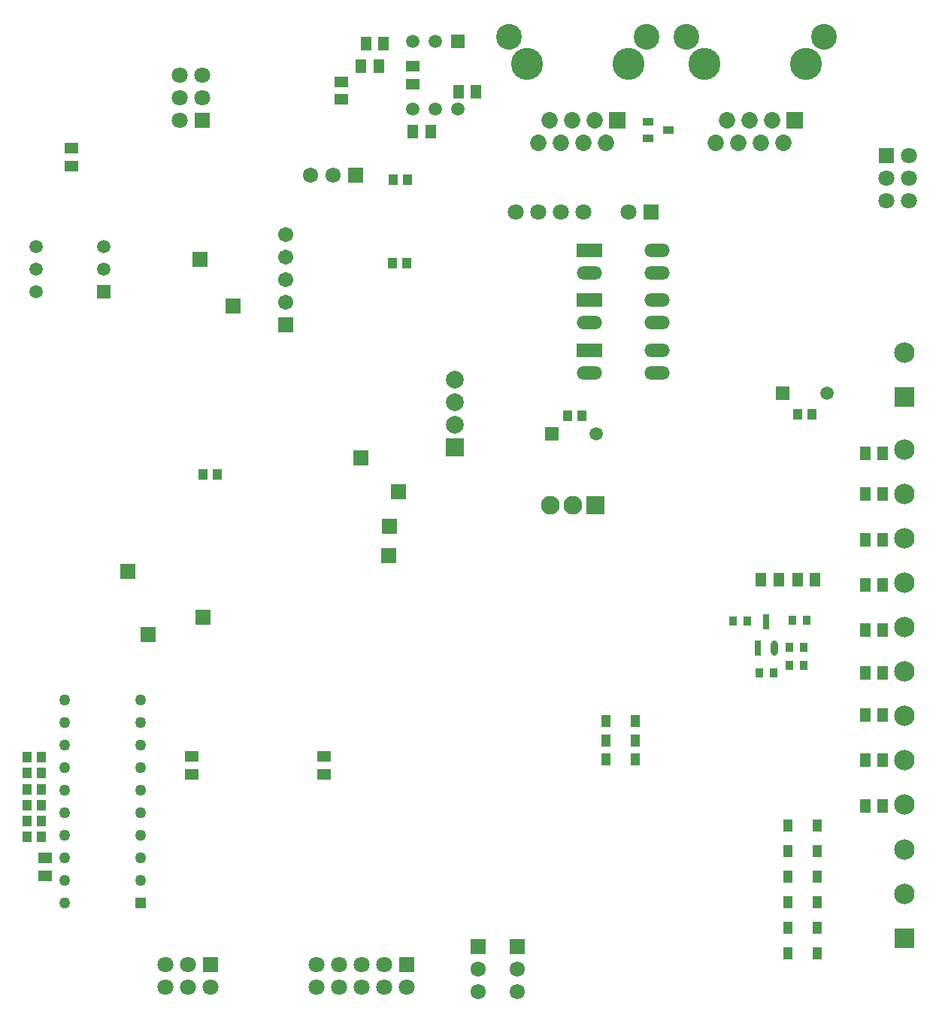
<source format=gbs>
G04*
G04 #@! TF.GenerationSoftware,Altium Limited,Altium Designer,20.0.13 (296)*
G04*
G04 Layer_Color=16711935*
%FSLAX44Y44*%
%MOMM*%
G71*
G01*
G75*
%ADD59R,1.6032X1.2032*%
%ADD63R,1.0032X1.2032*%
%ADD64R,1.2032X1.6032*%
%ADD77R,1.2200X0.9200*%
%ADD82R,1.7032X1.7032*%
%ADD83C,1.7032*%
%ADD84R,1.2632X1.2632*%
%ADD85C,1.2632*%
%ADD86R,1.5200X1.5200*%
%ADD87C,1.5200*%
%ADD88R,1.5112X1.5112*%
%ADD89C,1.5112*%
%ADD90R,1.5112X1.5112*%
%ADD91R,1.7032X1.7032*%
%ADD92C,1.8082*%
%ADD93R,1.8082X1.8082*%
%ADD94R,2.3032X2.3032*%
%ADD95C,2.3032*%
%ADD96R,2.1082X2.1082*%
%ADD97C,2.1082*%
%ADD98R,1.8032X1.8032*%
%ADD99C,1.8032*%
%ADD100C,1.7200*%
%ADD101R,1.7200X1.7200*%
%ADD102C,3.6032*%
%ADD103R,1.8532X1.8532*%
%ADD104C,1.8532*%
%ADD105C,2.9032*%
%ADD106O,2.8448X1.5240*%
%ADD107R,2.8448X1.5240*%
%ADD108C,2.0032*%
%ADD109R,2.0032X2.0032*%
%ADD110R,1.8082X1.8082*%
%ADD111R,1.7200X1.7200*%
%ADD152R,0.8200X1.0200*%
%ADD153R,0.8032X1.7032*%
%ADD154O,0.8032X1.7032*%
%ADD155R,1.1132X1.4232*%
D59*
X44750Y165000D02*
D03*
Y185000D02*
D03*
X74750Y984000D02*
D03*
Y964000D02*
D03*
X359250Y279000D02*
D03*
Y299000D02*
D03*
X209750Y279000D02*
D03*
Y299000D02*
D03*
X378500Y1059000D02*
D03*
Y1039000D02*
D03*
X459250Y1076250D02*
D03*
Y1056250D02*
D03*
D63*
X892500Y684500D02*
D03*
X908500D02*
D03*
X453000Y948750D02*
D03*
X437000D02*
D03*
X633250Y683000D02*
D03*
X649250D02*
D03*
X452000Y854750D02*
D03*
X436000D02*
D03*
X222750Y616750D02*
D03*
X238750D02*
D03*
X24250Y208750D02*
D03*
X40250D02*
D03*
X24250Y298250D02*
D03*
X40250D02*
D03*
X24250Y280350D02*
D03*
X40250D02*
D03*
X24250Y226650D02*
D03*
X40250D02*
D03*
X24250Y244550D02*
D03*
X40250D02*
D03*
X24250Y262450D02*
D03*
X40250D02*
D03*
D64*
X871250Y498000D02*
D03*
X851250D02*
D03*
X892250Y498250D02*
D03*
X912250D02*
D03*
X400750Y1077000D02*
D03*
X420750D02*
D03*
X406250Y1102250D02*
D03*
X426250D02*
D03*
X479250Y1003000D02*
D03*
X459250D02*
D03*
X530250Y1047500D02*
D03*
X510250D02*
D03*
X968250Y243500D02*
D03*
X988250D02*
D03*
X968250Y294750D02*
D03*
X988250D02*
D03*
X968250Y345750D02*
D03*
X988250D02*
D03*
X968250Y393000D02*
D03*
X988250D02*
D03*
X968250Y441750D02*
D03*
X988250D02*
D03*
X968250Y492750D02*
D03*
X988250D02*
D03*
X968250Y543500D02*
D03*
X988250D02*
D03*
X968250Y595250D02*
D03*
X988250D02*
D03*
X968250Y640500D02*
D03*
X988250D02*
D03*
D77*
X724250Y995000D02*
D03*
Y1014000D02*
D03*
X746750Y1004500D02*
D03*
D82*
X315750Y785450D02*
D03*
X443000Y597500D02*
D03*
X432500Y558750D02*
D03*
X432000Y525750D02*
D03*
X222500Y456250D02*
D03*
D83*
X315750Y810850D02*
D03*
Y836250D02*
D03*
Y861650D02*
D03*
Y887050D02*
D03*
D84*
X152000Y134200D02*
D03*
D85*
Y159600D02*
D03*
Y185000D02*
D03*
Y210400D02*
D03*
Y235800D02*
D03*
Y261200D02*
D03*
Y286600D02*
D03*
Y312000D02*
D03*
Y337400D02*
D03*
Y362800D02*
D03*
X67000D02*
D03*
Y337400D02*
D03*
Y312000D02*
D03*
Y286600D02*
D03*
Y261200D02*
D03*
Y235800D02*
D03*
Y210400D02*
D03*
Y185000D02*
D03*
Y159600D02*
D03*
Y134200D02*
D03*
D86*
X875750Y708500D02*
D03*
X615750Y662250D02*
D03*
D87*
X925750Y708500D02*
D03*
X665750Y662250D02*
D03*
D88*
X110850Y822350D02*
D03*
D89*
X34650D02*
D03*
X110850Y847750D02*
D03*
X34650D02*
D03*
Y873150D02*
D03*
X110850D02*
D03*
X510050Y1028050D02*
D03*
X484650Y1104250D02*
D03*
Y1028050D02*
D03*
X459250D02*
D03*
Y1104250D02*
D03*
D90*
X510050D02*
D03*
D91*
X138250Y507250D02*
D03*
X256250Y806250D02*
D03*
X219250Y859000D02*
D03*
X400250Y635750D02*
D03*
X161000Y436250D02*
D03*
D92*
X1017650Y924950D02*
D03*
X992250D02*
D03*
X1017650Y950350D02*
D03*
X992250D02*
D03*
X1017650Y975750D02*
D03*
X196000Y1066550D02*
D03*
X221400D02*
D03*
X196000Y1041150D02*
D03*
X221400D02*
D03*
X196000Y1015750D02*
D03*
X180700Y39350D02*
D03*
Y64750D02*
D03*
X206100Y39350D02*
D03*
Y64750D02*
D03*
X231500Y39350D02*
D03*
X350250D02*
D03*
Y64750D02*
D03*
X375650Y39350D02*
D03*
Y64750D02*
D03*
X401050Y39350D02*
D03*
Y64750D02*
D03*
X426450Y39350D02*
D03*
Y64750D02*
D03*
X451850Y39350D02*
D03*
D93*
X992250Y975750D02*
D03*
X221400Y1015750D02*
D03*
D94*
X1012500Y703750D02*
D03*
Y94750D02*
D03*
D95*
Y753750D02*
D03*
Y644750D02*
D03*
Y594750D02*
D03*
Y544750D02*
D03*
Y494750D02*
D03*
Y444750D02*
D03*
Y394750D02*
D03*
Y344750D02*
D03*
Y294750D02*
D03*
Y244750D02*
D03*
Y194750D02*
D03*
Y144750D02*
D03*
D96*
X664900Y581750D02*
D03*
D97*
X639500D02*
D03*
X614100D02*
D03*
D98*
X727400Y912250D02*
D03*
X532500Y84800D02*
D03*
D99*
X702000Y912250D02*
D03*
X651200D02*
D03*
X625800D02*
D03*
X600400D02*
D03*
X575000D02*
D03*
D100*
X343850Y953500D02*
D03*
X369250D02*
D03*
X576500Y34000D02*
D03*
Y59400D02*
D03*
X532500Y34000D02*
D03*
Y59400D02*
D03*
D101*
X394650Y953500D02*
D03*
D102*
X702150Y1078750D02*
D03*
X587850D02*
D03*
X901650D02*
D03*
X787350D02*
D03*
D103*
X689450Y1015250D02*
D03*
X888950D02*
D03*
D104*
X676750Y989850D02*
D03*
X664050Y1015250D02*
D03*
X651350Y989850D02*
D03*
X638650Y1015250D02*
D03*
X625950Y989850D02*
D03*
X613250Y1015250D02*
D03*
X600550Y989850D02*
D03*
X876250D02*
D03*
X863550Y1015250D02*
D03*
X850850Y989850D02*
D03*
X838150Y1015250D02*
D03*
X825450Y989850D02*
D03*
X812750Y1015250D02*
D03*
X800050Y989850D02*
D03*
D105*
X722500Y1109250D02*
D03*
X567500D02*
D03*
X922000D02*
D03*
X767000D02*
D03*
D106*
X733850Y756200D02*
D03*
Y730800D02*
D03*
X657650D02*
D03*
X733850Y813450D02*
D03*
Y788050D02*
D03*
X657650D02*
D03*
X733850Y869450D02*
D03*
Y844050D02*
D03*
X657650D02*
D03*
D107*
Y756200D02*
D03*
Y813450D02*
D03*
Y869450D02*
D03*
D108*
X506000Y723550D02*
D03*
Y672750D02*
D03*
Y698150D02*
D03*
D109*
Y647350D02*
D03*
D110*
X231500Y64750D02*
D03*
X451850D02*
D03*
D111*
X576500Y84800D02*
D03*
D152*
X835500Y452000D02*
D03*
X819500D02*
D03*
X886500Y452250D02*
D03*
X902500D02*
D03*
X898750Y421750D02*
D03*
X882750D02*
D03*
X883250Y401500D02*
D03*
X899250D02*
D03*
X849000Y393750D02*
D03*
X865000D02*
D03*
D153*
X856750Y450750D02*
D03*
X847250Y421250D02*
D03*
D154*
X866250D02*
D03*
D155*
X709100Y296250D02*
D03*
X676400D02*
D03*
X709100Y339250D02*
D03*
X676400D02*
D03*
X709100Y317500D02*
D03*
X676400D02*
D03*
X914100Y192850D02*
D03*
X881400D02*
D03*
X914100Y77250D02*
D03*
X881400D02*
D03*
X914100Y163950D02*
D03*
X881400D02*
D03*
X914100Y221750D02*
D03*
X881400D02*
D03*
X914100Y106150D02*
D03*
X881400D02*
D03*
X914100Y135050D02*
D03*
X881400D02*
D03*
M02*

</source>
